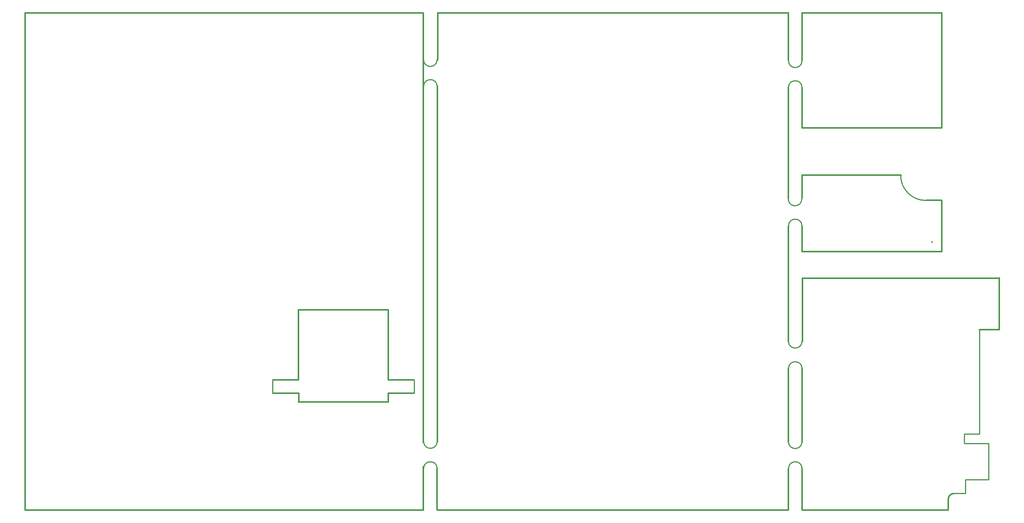
<source format=gko>
%FSLAX43Y43*%
%MOMM*%
G71*
G01*
G75*
%ADD10C,0.300*%
%ADD11C,0.200*%
%ADD12R,1.600X1.800*%
%ADD13R,0.550X1.450*%
%ADD14R,0.550X1.450*%
%ADD15R,0.850X1.300*%
%ADD16C,0.063*%
%ADD17R,10.200X7.300*%
%ADD18R,3.500X2.150*%
%ADD19R,1.100X2.150*%
%ADD20R,1.100X2.150*%
%ADD21R,0.600X2.200*%
%ADD22R,0.600X2.200*%
%ADD23R,2.200X0.600*%
%ADD24R,2.200X0.600*%
%ADD25R,1.800X1.600*%
%ADD26R,1.300X0.850*%
%ADD27R,1.000X2.600*%
%ADD28R,8.000X3.500*%
%ADD29R,6.000X6.000*%
%ADD30R,4.000X3.000*%
%ADD31R,3.000X4.000*%
%ADD32O,5.000X0.600*%
%ADD33R,0.600X1.550*%
%ADD34R,0.600X1.550*%
%ADD35R,1.700X0.600*%
%ADD36R,1.700X0.600*%
%ADD37R,2.700X2.500*%
%ADD38C,1.000*%
%ADD39C,0.400*%
%ADD40C,0.250*%
%ADD41C,0.500*%
%ADD42C,0.800*%
%ADD43C,0.700*%
%ADD44C,1.500*%
%ADD45C,0.600*%
%ADD46C,2.000*%
%ADD47C,0.254*%
%ADD48R,3.000X3.000*%
%ADD49C,1.500*%
%ADD50R,1.500X1.500*%
%ADD51C,5.000*%
%ADD52C,2.400*%
%ADD53C,4.000*%
%ADD54C,2.000*%
%ADD55R,2.000X2.000*%
%ADD56C,1.300*%
%ADD57C,1.400*%
%ADD58C,5.500*%
%ADD59C,3.000*%
%ADD60C,1.800*%
%ADD61R,1.800X1.800*%
%ADD62C,3.500*%
%ADD63C,2.500*%
%ADD64C,1.690*%
%ADD65R,1.690X1.690*%
%ADD66O,1.500X2.000*%
%ADD67R,1.500X2.000*%
%ADD68C,1.200*%
%ADD69C,1.100*%
%ADD70C,0.180*%
%ADD71C,0.150*%
%ADD72C,0.480*%
%ADD73R,1.803X2.003*%
%ADD74R,0.753X1.653*%
%ADD75R,0.753X1.653*%
%ADD76R,1.053X1.503*%
%ADD77R,10.403X7.503*%
%ADD78R,3.703X2.353*%
%ADD79R,1.303X2.353*%
%ADD80R,1.303X2.353*%
%ADD81R,0.803X2.403*%
%ADD82R,0.803X2.403*%
%ADD83R,2.403X0.803*%
%ADD84R,2.403X0.803*%
%ADD85R,2.003X1.803*%
%ADD86R,1.503X1.053*%
%ADD87R,1.203X2.803*%
%ADD88R,8.203X3.703*%
%ADD89R,6.203X6.203*%
%ADD90R,4.203X3.203*%
%ADD91R,3.203X4.203*%
%ADD92O,5.203X0.803*%
%ADD93R,0.803X1.753*%
%ADD94R,0.803X1.753*%
%ADD95R,1.903X0.803*%
%ADD96R,1.903X0.803*%
%ADD97R,2.903X2.703*%
%ADD98R,3.203X3.203*%
%ADD99C,1.703*%
%ADD100R,1.703X1.703*%
%ADD101C,5.203*%
%ADD102C,2.603*%
%ADD103C,4.203*%
%ADD104C,2.203*%
%ADD105R,2.203X2.203*%
%ADD106C,1.503*%
%ADD107C,1.603*%
%ADD108C,5.703*%
%ADD109C,3.203*%
%ADD110C,2.003*%
%ADD111R,2.003X2.003*%
%ADD112C,3.703*%
%ADD113C,2.703*%
%ADD114C,1.893*%
%ADD115R,1.893X1.893*%
%ADD116O,1.703X2.203*%
%ADD117R,1.703X2.203*%
%ADD118C,1.403*%
%ADD119C,1.303*%
D10*
X122550Y-3800D02*
G03*
X122550Y-3800I0J0D01*
G01*
X123820Y-350D02*
G03*
X122550Y-1620I0J-1270D01*
G01*
X133850Y36050D02*
Y47600D01*
X129500Y36050D02*
X133850D01*
X118900Y55550D02*
X118950Y55600D01*
X8900Y-4000D02*
X86950D01*
X8950Y106500D02*
X86950D01*
X-82800D02*
X5800D01*
X-82800Y-4000D02*
Y106500D01*
Y-4000D02*
X5800D01*
X90100Y106500D02*
X121050D01*
X121050Y80950D02*
Y106500D01*
X90050Y80950D02*
X121050D01*
X121012Y64850D02*
X121050Y64812D01*
Y53450D02*
Y64812D01*
X-2000Y24950D02*
Y40500D01*
X-12050D02*
X-2000D01*
X-22000Y25000D02*
Y40500D01*
X-12000D01*
X-2000Y20000D02*
Y21950D01*
X-22000Y20000D02*
X-2000D01*
X-21950D02*
Y21950D01*
X-27700D02*
X-21950D01*
X-2000D02*
X3700D01*
X-1950Y24950D02*
X3700D01*
X-27700D02*
X-22000D01*
X117600Y64850D02*
X121012D01*
X90050Y70450D02*
X112000D01*
X90050Y-4000D02*
X120350D01*
X90150Y47550D02*
X133850D01*
X120100Y-4000D02*
X122550D01*
X122550Y-3800D02*
Y-1620D01*
X8900Y11150D02*
Y90250D01*
X5800Y11000D02*
Y90450D01*
X8950Y96150D02*
Y106500D01*
X5800Y86000D02*
Y106500D01*
X86950Y5200D02*
X86950Y5200D01*
X90050Y11000D02*
Y27500D01*
X86950Y11000D02*
Y27550D01*
X90100Y33500D02*
Y47550D01*
X86950Y33500D02*
Y59150D01*
X90050Y53450D02*
X121050D01*
X86950Y65300D02*
Y90000D01*
X90050Y80950D02*
Y89950D01*
Y96000D02*
Y106500D01*
X86950Y96000D02*
Y106500D01*
Y98450D02*
X86950Y98450D01*
X5800Y-4000D02*
Y5650D01*
X8850Y-3957D02*
Y5200D01*
X8857Y-3957D02*
X8900Y-4000D01*
X90050Y53450D02*
Y59100D01*
Y65300D02*
Y70450D01*
X90050Y12543D02*
Y13300D01*
X90007Y-3957D02*
Y5200D01*
X90007Y-3957D02*
X90050Y-4000D01*
X86950D02*
Y5200D01*
Y-4000D02*
X86950Y-4000D01*
D40*
X129500Y12900D02*
Y36000D01*
X126300Y-350D02*
Y2700D01*
X126350D02*
X131500D01*
Y10800D01*
X126100D02*
X131500D01*
X126100D02*
Y12850D01*
X129500D01*
X123950Y-350D02*
X126250D01*
X8855Y-4000D02*
X86305D01*
X8855D02*
Y250D01*
X8855Y-4000D02*
X86305D01*
D47*
X8857Y5200D02*
G03*
X5850Y5200I-1503J0D01*
G01*
Y11200D02*
G03*
X8857Y11200I1503J0D01*
G01*
X111937Y70399D02*
G03*
X117550Y64824I5613J38D01*
G01*
X5844Y96150D02*
G03*
X8850Y96150I1503J0D01*
G01*
X8857Y90200D02*
G03*
X5850Y90200I-1503J0D01*
G01*
X90007Y5200D02*
G03*
X87000Y5200I-1503J0D01*
G01*
X87000Y11150D02*
G03*
X90000Y11150I1500J0D01*
G01*
X86994Y33500D02*
G03*
X90000Y33500I1503J0D01*
G01*
X90007Y27450D02*
G03*
X87000Y27450I-1503J0D01*
G01*
X86994Y95900D02*
G03*
X90000Y95900I1503J0D01*
G01*
Y89950D02*
G03*
X86994Y89950I-1503J0D01*
G01*
X86950Y65150D02*
G03*
X89957Y65150I1503J0D01*
G01*
X90000Y59150D02*
G03*
X86994Y59150I-1503J0D01*
G01*
X-27750Y21950D02*
Y24950D01*
X3750Y21950D02*
Y24950D01*
M02*

</source>
